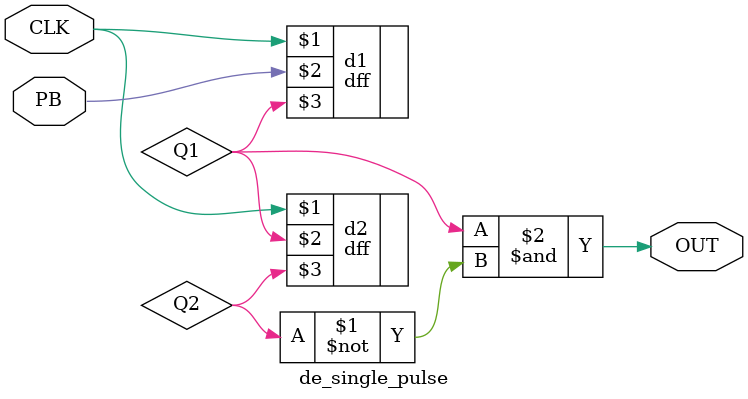
<source format=v>
`timescale 1ns / 1ps


module de_single_pulse(
    input CLK,
    input PB,
    output OUT
    );
    
    wire Q1, Q2;
    dff d1(CLK, PB, Q1);
    dff d2(CLK, Q1, Q2);
    assign OUT = Q1 & ~Q2;
    
endmodule

</source>
